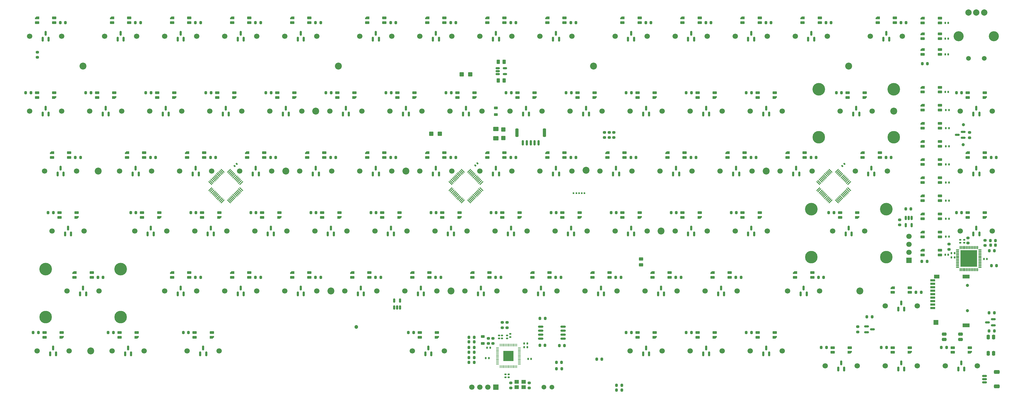
<source format=gbr>
%TF.GenerationSoftware,KiCad,Pcbnew,9.0.4*%
%TF.CreationDate,2025-10-15T10:28:25+01:00*%
%TF.ProjectId,SHEGO75-V2.2,53484547-4f37-4352-9d56-322e322e6b69,rev?*%
%TF.SameCoordinates,Original*%
%TF.FileFunction,Soldermask,Bot*%
%TF.FilePolarity,Negative*%
%FSLAX46Y46*%
G04 Gerber Fmt 4.6, Leading zero omitted, Abs format (unit mm)*
G04 Created by KiCad (PCBNEW 9.0.4) date 2025-10-15 10:28:25*
%MOMM*%
%LPD*%
G01*
G04 APERTURE LIST*
G04 Aperture macros list*
%AMRoundRect*
0 Rectangle with rounded corners*
0 $1 Rounding radius*
0 $2 $3 $4 $5 $6 $7 $8 $9 X,Y pos of 4 corners*
0 Add a 4 corners polygon primitive as box body*
4,1,4,$2,$3,$4,$5,$6,$7,$8,$9,$2,$3,0*
0 Add four circle primitives for the rounded corners*
1,1,$1+$1,$2,$3*
1,1,$1+$1,$4,$5*
1,1,$1+$1,$6,$7*
1,1,$1+$1,$8,$9*
0 Add four rect primitives between the rounded corners*
20,1,$1+$1,$2,$3,$4,$5,0*
20,1,$1+$1,$4,$5,$6,$7,0*
20,1,$1+$1,$6,$7,$8,$9,0*
20,1,$1+$1,$8,$9,$2,$3,0*%
%AMFreePoly0*
4,1,18,-0.410000,0.593000,-0.403758,0.624380,-0.385983,0.650983,-0.359380,0.668758,-0.328000,0.675000,0.328000,0.675000,0.359380,0.668758,0.385983,0.650983,0.403758,0.624380,0.410000,0.593000,0.410000,-0.593000,0.403758,-0.624380,0.385983,-0.650983,0.359380,-0.668758,0.328000,-0.675000,0.000000,-0.675000,-0.410000,-0.265000,-0.410000,0.593000,-0.410000,0.593000,$1*%
G04 Aperture macros list end*
%ADD10C,0.600000*%
%ADD11RoundRect,0.150000X0.150000X-0.587500X0.150000X0.587500X-0.150000X0.587500X-0.150000X-0.587500X0*%
%ADD12C,1.700000*%
%ADD13C,1.000000*%
%ADD14RoundRect,0.200000X0.200000X0.275000X-0.200000X0.275000X-0.200000X-0.275000X0.200000X-0.275000X0*%
%ADD15C,2.200000*%
%ADD16R,1.700000X1.700000*%
%ADD17C,4.000000*%
%ADD18C,3.987800*%
%ADD19C,1.500000*%
%ADD20C,2.000000*%
%ADD21C,3.200000*%
%ADD22C,1.200000*%
%ADD23RoundRect,0.200000X-0.275000X0.200000X-0.275000X-0.200000X0.275000X-0.200000X0.275000X0.200000X0*%
%ADD24RoundRect,0.250000X0.475000X0.250000X-0.475000X0.250000X-0.475000X-0.250000X0.475000X-0.250000X0*%
%ADD25RoundRect,0.082000X0.593000X-0.328000X0.593000X0.328000X-0.593000X0.328000X-0.593000X-0.328000X0*%
%ADD26FreePoly0,90.000000*%
%ADD27RoundRect,0.140000X-0.140000X-0.170000X0.140000X-0.170000X0.140000X0.170000X-0.140000X0.170000X0*%
%ADD28RoundRect,0.200000X-0.200000X-0.275000X0.200000X-0.275000X0.200000X0.275000X-0.200000X0.275000X0*%
%ADD29RoundRect,0.162500X-0.650000X-0.162500X0.650000X-0.162500X0.650000X0.162500X-0.650000X0.162500X0*%
%ADD30RoundRect,0.082000X-0.593000X0.328000X-0.593000X-0.328000X0.593000X-0.328000X0.593000X0.328000X0*%
%ADD31FreePoly0,270.000000*%
%ADD32RoundRect,0.150000X-0.150000X0.512500X-0.150000X-0.512500X0.150000X-0.512500X0.150000X0.512500X0*%
%ADD33RoundRect,0.140000X0.170000X-0.140000X0.170000X0.140000X-0.170000X0.140000X-0.170000X-0.140000X0*%
%ADD34RoundRect,0.218750X0.381250X-0.218750X0.381250X0.218750X-0.381250X0.218750X-0.381250X-0.218750X0*%
%ADD35RoundRect,0.218750X-0.381250X0.218750X-0.381250X-0.218750X0.381250X-0.218750X0.381250X0.218750X0*%
%ADD36RoundRect,0.200000X0.275000X-0.200000X0.275000X0.200000X-0.275000X0.200000X-0.275000X-0.200000X0*%
%ADD37RoundRect,0.250000X0.457500X0.445000X-0.457500X0.445000X-0.457500X-0.445000X0.457500X-0.445000X0*%
%ADD38R,1.600000X0.700000*%
%ADD39R,1.500000X1.600000*%
%ADD40R,1.800000X1.200000*%
%ADD41R,2.200000X1.200000*%
%ADD42RoundRect,0.050000X0.387500X0.050000X-0.387500X0.050000X-0.387500X-0.050000X0.387500X-0.050000X0*%
%ADD43RoundRect,0.050000X0.050000X0.387500X-0.050000X0.387500X-0.050000X-0.387500X0.050000X-0.387500X0*%
%ADD44R,3.200000X3.200000*%
%ADD45RoundRect,0.140000X0.140000X0.170000X-0.140000X0.170000X-0.140000X-0.170000X0.140000X-0.170000X0*%
%ADD46RoundRect,0.140000X0.021213X-0.219203X0.219203X-0.021213X-0.021213X0.219203X-0.219203X0.021213X0*%
%ADD47RoundRect,0.150000X-0.587500X-0.150000X0.587500X-0.150000X0.587500X0.150000X-0.587500X0.150000X0*%
%ADD48RoundRect,0.250000X-0.262500X-0.450000X0.262500X-0.450000X0.262500X0.450000X-0.262500X0.450000X0*%
%ADD49RoundRect,0.250000X0.250000X-0.475000X0.250000X0.475000X-0.250000X0.475000X-0.250000X-0.475000X0*%
%ADD50RoundRect,0.218750X-0.218750X-0.256250X0.218750X-0.256250X0.218750X0.256250X-0.218750X0.256250X0*%
%ADD51RoundRect,0.140000X-0.170000X0.140000X-0.170000X-0.140000X0.170000X-0.140000X0.170000X0.140000X0*%
%ADD52R,1.400000X1.200000*%
%ADD53RoundRect,0.150000X-0.512500X-0.150000X0.512500X-0.150000X0.512500X0.150000X-0.512500X0.150000X0*%
%ADD54RoundRect,0.075000X-0.521491X0.415425X0.415425X-0.521491X0.521491X-0.415425X-0.415425X0.521491X0*%
%ADD55RoundRect,0.075000X-0.521491X-0.415425X-0.415425X-0.521491X0.521491X0.415425X0.415425X0.521491X0*%
%ADD56RoundRect,0.150000X-0.150000X-0.700000X0.150000X-0.700000X0.150000X0.700000X-0.150000X0.700000X0*%
%ADD57RoundRect,0.250000X-0.250000X-1.100000X0.250000X-1.100000X0.250000X1.100000X-0.250000X1.100000X0*%
%ADD58RoundRect,0.250001X0.624999X-0.462499X0.624999X0.462499X-0.624999X0.462499X-0.624999X-0.462499X0*%
%ADD59RoundRect,0.250000X-0.457500X-0.445000X0.457500X-0.445000X0.457500X0.445000X-0.457500X0.445000X0*%
%ADD60RoundRect,0.250000X0.262500X0.450000X-0.262500X0.450000X-0.262500X-0.450000X0.262500X-0.450000X0*%
%ADD61RoundRect,0.150000X0.150000X-0.512500X0.150000X0.512500X-0.150000X0.512500X-0.150000X-0.512500X0*%
%ADD62RoundRect,0.150000X0.587500X0.150000X-0.587500X0.150000X-0.587500X-0.150000X0.587500X-0.150000X0*%
%ADD63RoundRect,0.250000X0.445000X-0.457500X0.445000X0.457500X-0.445000X0.457500X-0.445000X-0.457500X0*%
%ADD64RoundRect,0.250000X0.450000X-0.262500X0.450000X0.262500X-0.450000X0.262500X-0.450000X-0.262500X0*%
%ADD65RoundRect,0.037500X-0.087500X0.437500X-0.087500X-0.437500X0.087500X-0.437500X0.087500X0.437500X0*%
%ADD66RoundRect,0.037500X-0.437500X0.087500X-0.437500X-0.087500X0.437500X-0.087500X0.437500X0.087500X0*%
%ADD67RoundRect,0.053000X-2.597000X2.597000X-2.597000X-2.597000X2.597000X-2.597000X2.597000X2.597000X0*%
%ADD68RoundRect,0.150000X-0.625000X0.150000X-0.625000X-0.150000X0.625000X-0.150000X0.625000X0.150000X0*%
%ADD69RoundRect,0.250000X-0.650000X0.350000X-0.650000X-0.350000X0.650000X-0.350000X0.650000X0.350000X0*%
G04 APERTURE END LIST*
D10*
%TO.C,*%
X209100000Y-88000000D03*
%TD*%
%TO.C,*%
X208200000Y-88000000D03*
%TD*%
%TO.C,*%
X205600000Y-88000000D03*
%TD*%
%TO.C,*%
X206500000Y-88000000D03*
%TD*%
%TO.C,*%
X207350000Y-88000000D03*
%TD*%
D11*
%TO.C,HE81*%
X328612500Y-141937500D03*
X327662500Y-143812500D03*
X329562500Y-143812500D03*
D12*
X323532500Y-142875000D03*
X333692500Y-142875000D03*
%TD*%
D13*
%TO.C,*%
X329200000Y-72600000D03*
%TD*%
%TO.C,*%
X329250000Y-66200000D03*
%TD*%
D14*
%TO.C,R21*%
X220875000Y-150500000D03*
X219225000Y-150500000D03*
%TD*%
%TO.C,R20*%
X220875000Y-149000000D03*
X219225000Y-149000000D03*
%TD*%
D15*
%TO.C,REF\u002A\u002A*%
X123825000Y-61912448D03*
%TD*%
%TO.C,REF\u002A\u002A*%
X52387544Y-138112500D03*
%TD*%
D16*
%TO.C,SWD2*%
X311972000Y-109347000D03*
D12*
X311972000Y-106807000D03*
X311972000Y-104267000D03*
X311972000Y-101727000D03*
%TD*%
D17*
%TO.C,REF\u002A\u002A*%
X280987254Y-93027416D03*
D18*
X280987254Y-108267416D03*
D17*
X304799754Y-93027416D03*
D18*
X304799754Y-108267416D03*
%TD*%
D15*
%TO.C,REF\u002A\u002A*%
X266700000Y-80962500D03*
%TD*%
D19*
%TO.C,UART1*%
X198757880Y-149606000D03*
X196217880Y-149606000D03*
%TD*%
D20*
%TO.C,ENC1*%
X335875000Y-30600000D03*
X330875000Y-30600000D03*
X333375000Y-30600000D03*
D21*
X327775000Y-38100000D03*
X338975000Y-38100000D03*
D19*
X335875000Y-45100000D03*
X330875000Y-45100000D03*
%TD*%
D15*
%TO.C,REF\u002A\u002A*%
X307181250Y-61912448D03*
%TD*%
%TO.C,REF\u002A\u002A*%
X292893750Y-47625000D03*
%TD*%
%TO.C,REF\u002A\u002A*%
X50006250Y-47625000D03*
%TD*%
D22*
%TO.C,REF\u002A\u002A*%
X136700000Y-130500000D03*
%TD*%
D15*
%TO.C,REF\u002A\u002A*%
X152400000Y-80962500D03*
%TD*%
%TO.C,REF\u002A\u002A*%
X166687500Y-119062500D03*
%TD*%
%TO.C,REF\u002A\u002A*%
X211931250Y-47625000D03*
%TD*%
%TO.C,REF\u002A\u002A*%
X296465625Y-119062500D03*
%TD*%
%TO.C,REF\u002A\u002A*%
X233362500Y-100012500D03*
%TD*%
%TO.C,REF\u002A\u002A*%
X128587500Y-119062500D03*
%TD*%
%TO.C,REF\u002A\u002A*%
X209550000Y-80717476D03*
%TD*%
D17*
%TO.C,REF\u002A\u002A*%
X38099958Y-112077400D03*
D18*
X38099958Y-127317400D03*
D17*
X61912458Y-112077400D03*
D18*
X61912458Y-127317400D03*
%TD*%
D15*
%TO.C,REF\u002A\u002A*%
X54768750Y-80962500D03*
%TD*%
%TO.C,REF\u002A\u002A*%
X114300000Y-80962500D03*
%TD*%
%TO.C,REF\u002A\u002A*%
X130968750Y-47625000D03*
%TD*%
D17*
%TO.C,REF\u002A\u002A*%
X283368502Y-54927448D03*
D18*
X283368502Y-70167448D03*
D17*
X307181002Y-54927448D03*
D18*
X307181002Y-70167448D03*
%TD*%
D23*
%TO.C,C31*%
X336150000Y-102925000D03*
X336150000Y-104575000D03*
%TD*%
D24*
%TO.C,ESP_BOOT1*%
X328325000Y-132750000D03*
X323175000Y-132750000D03*
X328325000Y-134450000D03*
X323175000Y-134450000D03*
%TD*%
D25*
%TO.C,LED79*%
X287787500Y-137045000D03*
X287787500Y-138545000D03*
X293237500Y-137045000D03*
D26*
X293237500Y-138545000D03*
%TD*%
D27*
%TO.C,CA10*%
X323520000Y-55800000D03*
X324480000Y-55800000D03*
%TD*%
D28*
%TO.C,CL67*%
X218987500Y-114712500D03*
X220637500Y-114712500D03*
%TD*%
D12*
%TO.C,HE25*%
X233680000Y-61912500D03*
X223520000Y-61912500D03*
D11*
X229550000Y-62850000D03*
X227650000Y-62850000D03*
X228600000Y-60975000D03*
%TD*%
D28*
%TO.C,CL40*%
X242800000Y-76612500D03*
X244450000Y-76612500D03*
%TD*%
D12*
%TO.C,HE65*%
X181292500Y-119062500D03*
X171132500Y-119062500D03*
D11*
X177162500Y-120000000D03*
X175262500Y-120000000D03*
X176212500Y-118125000D03*
%TD*%
D29*
%TO.C,U4*%
X195144980Y-134239000D03*
X195144980Y-132969000D03*
X195144980Y-131699000D03*
X195144980Y-130429000D03*
X202319980Y-130429000D03*
X202319980Y-131699000D03*
X202319980Y-132969000D03*
X202319980Y-134239000D03*
%TD*%
D30*
%TO.C,LED59*%
X52731250Y-114732500D03*
X52731250Y-113232500D03*
X47281250Y-114732500D03*
D31*
X47281250Y-113232500D03*
%TD*%
D14*
%TO.C,CL19*%
X109625000Y-56062500D03*
X107975000Y-56062500D03*
%TD*%
D30*
%TO.C,AMB4*%
X321812232Y-90344456D03*
X321812232Y-88844456D03*
X316362232Y-90344456D03*
D31*
X316362232Y-88844456D03*
%TD*%
D14*
%TO.C,CL18*%
X90575000Y-56062500D03*
X88925000Y-56062500D03*
%TD*%
%TO.C,CL76*%
X223925000Y-132262500D03*
X222275000Y-132262500D03*
%TD*%
%TO.C,CL28*%
X290600000Y-56062500D03*
X288950000Y-56062500D03*
%TD*%
D30*
%TO.C,LED31*%
X69400000Y-76632500D03*
X69400000Y-75132500D03*
X63950000Y-76632500D03*
D31*
X63950000Y-75132500D03*
%TD*%
D30*
%TO.C,LED67*%
X217037500Y-114732500D03*
X217037500Y-113232500D03*
X211587500Y-114732500D03*
D31*
X211587500Y-113232500D03*
%TD*%
D28*
%TO.C,R23*%
X316116200Y-109668199D03*
X317766200Y-109668199D03*
%TD*%
%TO.C,CL36*%
X166600000Y-76612500D03*
X168250000Y-76612500D03*
%TD*%
D32*
%TO.C,U2*%
X310962001Y-95862500D03*
X311912000Y-95862500D03*
X312861999Y-95862500D03*
X312861999Y-98137500D03*
X310962001Y-98137500D03*
%TD*%
D28*
%TO.C,CL34*%
X128500000Y-76612500D03*
X130150000Y-76612500D03*
%TD*%
D33*
%TO.C,EC2*%
X329500000Y-103730000D03*
X329500000Y-102770000D03*
%TD*%
D28*
%TO.C,C14*%
X310975000Y-93000000D03*
X312625000Y-93000000D03*
%TD*%
D12*
%TO.C,HE1*%
X43180000Y-38100000D03*
X33020000Y-38100000D03*
D11*
X39050000Y-39037500D03*
X37150000Y-39037500D03*
X38100000Y-37162500D03*
%TD*%
D12*
%TO.C,HE59*%
X55086250Y-119062500D03*
X44926250Y-119062500D03*
D11*
X50956250Y-120000000D03*
X49056250Y-120000000D03*
X50006250Y-118125000D03*
%TD*%
D28*
%TO.C,CL43*%
X304712500Y-76612500D03*
X306362500Y-76612500D03*
%TD*%
D14*
%TO.C,CL17*%
X71525000Y-56062500D03*
X69875000Y-56062500D03*
%TD*%
D27*
%TO.C,CA4*%
X323727107Y-90305669D03*
X324687107Y-90305669D03*
%TD*%
%TO.C,CA6*%
X323727107Y-78803780D03*
X324687107Y-78803780D03*
%TD*%
D34*
%TO.C,FB1*%
X180974848Y-62974948D03*
X180974848Y-60849948D03*
%TD*%
D30*
%TO.C,AMB10*%
X321812768Y-55816360D03*
X321812768Y-54316360D03*
X316362768Y-55816360D03*
D31*
X316362768Y-54316360D03*
%TD*%
D25*
%TO.C,LED57*%
X290168750Y-94182500D03*
X290168750Y-95682500D03*
X295618750Y-94182500D03*
D26*
X295618750Y-95682500D03*
%TD*%
D35*
%TO.C,FB2*%
X176801880Y-133555332D03*
X176801880Y-135680332D03*
%TD*%
D12*
%TO.C,HE19*%
X119380000Y-61912500D03*
X109220000Y-61912500D03*
D11*
X115250000Y-62850000D03*
X113350000Y-62850000D03*
X114300000Y-60975000D03*
%TD*%
D14*
%TO.C,C29*%
X174075000Y-135250000D03*
X172425000Y-135250000D03*
%TD*%
D28*
%TO.C,CL9*%
X204700000Y-33750000D03*
X206350000Y-33750000D03*
%TD*%
D30*
%TO.C,LED64*%
X159887500Y-114732500D03*
X159887500Y-113232500D03*
X154437500Y-114732500D03*
D31*
X154437500Y-113232500D03*
%TD*%
D30*
%TO.C,LED10*%
X226562500Y-33770000D03*
X226562500Y-32270000D03*
X221112500Y-33770000D03*
D31*
X221112500Y-32270000D03*
%TD*%
D30*
%TO.C,LED65*%
X178937500Y-114732500D03*
X178937500Y-113232500D03*
X173487500Y-114732500D03*
D31*
X173487500Y-113232500D03*
%TD*%
D36*
%TO.C,C26*%
X185727680Y-149892832D03*
X185727680Y-148242832D03*
%TD*%
D37*
%TO.C,C23*%
X163150500Y-69088000D03*
X160445500Y-69088000D03*
%TD*%
D14*
%TO.C,CL52*%
X181062500Y-94162500D03*
X179412500Y-94162500D03*
%TD*%
D12*
%TO.C,HE67*%
X219392500Y-119062500D03*
X209232500Y-119062500D03*
D11*
X215262500Y-120000000D03*
X213362500Y-120000000D03*
X214312500Y-118125000D03*
%TD*%
D13*
%TO.C,SD1*%
X330532000Y-117273600D03*
X330532000Y-125273600D03*
D38*
X319532000Y-124473600D03*
X319532000Y-123373600D03*
X319532000Y-122273600D03*
X319532000Y-121173600D03*
X319532000Y-120073600D03*
X319532000Y-118973600D03*
X319532000Y-117873600D03*
X319532000Y-116773600D03*
D39*
X320582000Y-129073600D03*
D40*
X320832000Y-114473600D03*
D41*
X330132000Y-129973600D03*
X330132000Y-114473600D03*
D38*
X319532000Y-115673600D03*
%TD*%
D33*
%TO.C,C10*%
X184533880Y-134152032D03*
X184533880Y-133192032D03*
%TD*%
D12*
%TO.C,HE48*%
X114617500Y-100012500D03*
X104457500Y-100012500D03*
D11*
X110487500Y-100950000D03*
X108587500Y-100950000D03*
X109537500Y-99075000D03*
%TD*%
D12*
%TO.C,HE39*%
X224155000Y-80962500D03*
X213995000Y-80962500D03*
D11*
X220025000Y-81900000D03*
X218125000Y-81900000D03*
X219075000Y-80025000D03*
%TD*%
D30*
%TO.C,LED69*%
X255137500Y-114732500D03*
X255137500Y-113232500D03*
X249687500Y-114732500D03*
D31*
X249687500Y-113232500D03*
%TD*%
D12*
%TO.C,HE43*%
X305117500Y-80962500D03*
X294957500Y-80962500D03*
D11*
X300987500Y-81900000D03*
X299087500Y-81900000D03*
X300037500Y-80025000D03*
%TD*%
D30*
%TO.C,LED37*%
X183700000Y-76632500D03*
X183700000Y-75132500D03*
X178250000Y-76632500D03*
D31*
X178250000Y-75132500D03*
%TD*%
D12*
%TO.C,HE80*%
X314642500Y-142875000D03*
X304482500Y-142875000D03*
D11*
X310512500Y-143812500D03*
X308612500Y-143812500D03*
X309562500Y-141937500D03*
%TD*%
D12*
%TO.C,HE28*%
X300355000Y-61912500D03*
X290195000Y-61912500D03*
D11*
X296225000Y-62850000D03*
X294325000Y-62850000D03*
X295275000Y-60975000D03*
%TD*%
D42*
%TO.C,U5*%
X188369280Y-137091148D03*
X188369280Y-137491149D03*
X188369280Y-137891148D03*
X188369280Y-138291148D03*
X188369280Y-138691148D03*
X188369280Y-139091147D03*
X188369280Y-139491148D03*
X188369280Y-139891148D03*
X188369280Y-140291149D03*
X188369280Y-140691148D03*
X188369280Y-141091148D03*
X188369280Y-141491148D03*
X188369280Y-141891147D03*
X188369280Y-142291148D03*
D43*
X187531780Y-143128648D03*
X187131779Y-143128648D03*
X186731780Y-143128648D03*
X186331780Y-143128648D03*
X185931780Y-143128648D03*
X185531781Y-143128648D03*
X185131780Y-143128648D03*
X184731780Y-143128648D03*
X184331779Y-143128648D03*
X183931780Y-143128648D03*
X183531780Y-143128648D03*
X183131780Y-143128648D03*
X182731781Y-143128648D03*
X182331780Y-143128648D03*
D42*
X181494280Y-142291148D03*
X181494280Y-141891147D03*
X181494280Y-141491148D03*
X181494280Y-141091148D03*
X181494280Y-140691148D03*
X181494280Y-140291149D03*
X181494280Y-139891148D03*
X181494280Y-139491148D03*
X181494280Y-139091147D03*
X181494280Y-138691148D03*
X181494280Y-138291148D03*
X181494280Y-137891148D03*
X181494280Y-137491149D03*
X181494280Y-137091148D03*
D43*
X182331780Y-136253648D03*
X182731781Y-136253648D03*
X183131780Y-136253648D03*
X183531780Y-136253648D03*
X183931780Y-136253648D03*
X184331779Y-136253648D03*
X184731780Y-136253648D03*
X185131780Y-136253648D03*
X185531781Y-136253648D03*
X185931780Y-136253648D03*
X186331780Y-136253648D03*
X186731780Y-136253648D03*
X187131779Y-136253648D03*
X187531780Y-136253648D03*
D44*
X184931780Y-139691148D03*
%TD*%
D28*
%TO.C,CL31*%
X71350000Y-76612500D03*
X73000000Y-76612500D03*
%TD*%
D27*
%TO.C,CG3*%
X323520000Y-43900001D03*
X324480000Y-43900001D03*
%TD*%
D12*
%TO.C,HE74*%
X93186250Y-138112500D03*
X83026250Y-138112500D03*
D11*
X89056250Y-139050000D03*
X87156250Y-139050000D03*
X88106250Y-137175000D03*
%TD*%
D12*
%TO.C,HE40*%
X243205000Y-80962500D03*
X233045000Y-80962500D03*
D11*
X239075000Y-81900000D03*
X237175000Y-81900000D03*
X238125000Y-80025000D03*
%TD*%
D23*
%TO.C,R16*%
X295750000Y-130425000D03*
X295750000Y-132075000D03*
%TD*%
D45*
%TO.C,EC3*%
X326460000Y-107000000D03*
X325500000Y-107000000D03*
%TD*%
D28*
%TO.C,CL6*%
X147550000Y-33750000D03*
X149200000Y-33750000D03*
%TD*%
D25*
%TO.C,LED56*%
X259212500Y-94182500D03*
X259212500Y-95682500D03*
X264662500Y-94182500D03*
D26*
X264662500Y-95682500D03*
%TD*%
D30*
%TO.C,AMB3*%
X321812232Y-96099139D03*
X321812232Y-94599139D03*
X316362232Y-96099139D03*
D31*
X316362232Y-94599139D03*
%TD*%
D36*
%TO.C,C20*%
X216900000Y-70300000D03*
X216900000Y-68650000D03*
%TD*%
D27*
%TO.C,C5*%
X191170000Y-140650000D03*
X192130000Y-140650000D03*
%TD*%
D36*
%TO.C,C16*%
X178539480Y-135741632D03*
X178539480Y-134091632D03*
%TD*%
D12*
%TO.C,HE61*%
X105092500Y-119062500D03*
X94932500Y-119062500D03*
D11*
X100962500Y-120000000D03*
X99062500Y-120000000D03*
X100012500Y-118125000D03*
%TD*%
D25*
%TO.C,LED80*%
X306837500Y-137045000D03*
X306837500Y-138545000D03*
X312287500Y-137045000D03*
D26*
X312287500Y-138545000D03*
%TD*%
D12*
%TO.C,HE49*%
X133667500Y-100012500D03*
X123507500Y-100012500D03*
D11*
X129537500Y-100950000D03*
X127637500Y-100950000D03*
X128587500Y-99075000D03*
%TD*%
D12*
%TO.C,HE22*%
X176530000Y-61912500D03*
X166370000Y-61912500D03*
D11*
X172400000Y-62850000D03*
X170500000Y-62850000D03*
X171450000Y-60975000D03*
%TD*%
D14*
%TO.C,CL27*%
X262025000Y-56062500D03*
X260375000Y-56062500D03*
%TD*%
%TO.C,R18*%
X201825000Y-143750000D03*
X200175000Y-143750000D03*
%TD*%
D28*
%TO.C,CL42*%
X280900000Y-76612500D03*
X282550000Y-76612500D03*
%TD*%
D12*
%TO.C,HE53*%
X209867500Y-100012500D03*
X199707500Y-100012500D03*
D11*
X205737500Y-100950000D03*
X203837500Y-100950000D03*
X204787500Y-99075000D03*
%TD*%
D27*
%TO.C,C4*%
X189952500Y-135750000D03*
X190912500Y-135750000D03*
%TD*%
D14*
%TO.C,CL20*%
X128675000Y-56062500D03*
X127025000Y-56062500D03*
%TD*%
D33*
%TO.C,C2*%
X185499080Y-133669432D03*
X185499080Y-132709432D03*
%TD*%
D30*
%TO.C,LED42*%
X278950000Y-76632500D03*
X278950000Y-75132500D03*
X273500000Y-76632500D03*
D31*
X273500000Y-75132500D03*
%TD*%
D25*
%TO.C,LED55*%
X240162500Y-94182500D03*
X240162500Y-95682500D03*
X245612500Y-94182500D03*
D26*
X245612500Y-95682500D03*
%TD*%
D25*
%TO.C,LED47*%
X87762500Y-94182500D03*
X87762500Y-95682500D03*
X93212500Y-94182500D03*
D26*
X93212500Y-95682500D03*
%TD*%
D30*
%TO.C,LED62*%
X121787500Y-114732500D03*
X121787500Y-113232500D03*
X116337500Y-114732500D03*
D31*
X116337500Y-113232500D03*
%TD*%
D12*
%TO.C,HE51*%
X171767500Y-100012500D03*
X161607500Y-100012500D03*
D11*
X167637500Y-100950000D03*
X165737500Y-100950000D03*
X166687500Y-99075000D03*
%TD*%
D14*
%TO.C,R8*%
X174075000Y-137000000D03*
X172425000Y-137000000D03*
%TD*%
D46*
%TO.C,MC1*%
X98060589Y-79339411D03*
X98739411Y-78660589D03*
%TD*%
D28*
%TO.C,CL65*%
X180887500Y-114712500D03*
X182537500Y-114712500D03*
%TD*%
D14*
%TO.C,CL74*%
X83431250Y-132262500D03*
X81781250Y-132262500D03*
%TD*%
D47*
%TO.C,Q3*%
X298562500Y-132200000D03*
X298562500Y-130300000D03*
X300437500Y-131250000D03*
%TD*%
D14*
%TO.C,CL24*%
X204875000Y-56062500D03*
X203225000Y-56062500D03*
%TD*%
%TO.C,CL80*%
X304887500Y-137025000D03*
X303237500Y-137025000D03*
%TD*%
D28*
%TO.C,R15*%
X200155000Y-141750000D03*
X201805000Y-141750000D03*
%TD*%
D30*
%TO.C,LED5*%
X121787500Y-33770000D03*
X121787500Y-32270000D03*
X116337500Y-33770000D03*
D31*
X116337500Y-32270000D03*
%TD*%
D14*
%TO.C,R24*%
X317867800Y-46863000D03*
X316217800Y-46863000D03*
%TD*%
D25*
%TO.C,LED17*%
X73475000Y-56082500D03*
X73475000Y-57582500D03*
X78925000Y-56082500D03*
D26*
X78925000Y-57582500D03*
%TD*%
D12*
%TO.C,HE62*%
X124142500Y-119062500D03*
X113982500Y-119062500D03*
D11*
X120012500Y-120000000D03*
X118112500Y-120000000D03*
X119062500Y-118125000D03*
%TD*%
D27*
%TO.C,CA5*%
X323727107Y-84554724D03*
X324687107Y-84554724D03*
%TD*%
D14*
%TO.C,CL50*%
X142962500Y-94162500D03*
X141312500Y-94162500D03*
%TD*%
D33*
%TO.C,C1*%
X182908280Y-134152032D03*
X182908280Y-133192032D03*
%TD*%
D12*
%TO.C,HE14*%
X309880000Y-38100000D03*
X299720000Y-38100000D03*
D11*
X305750000Y-39037500D03*
X303850000Y-39037500D03*
X304800000Y-37162500D03*
%TD*%
D25*
%TO.C,LED19*%
X111575000Y-56082500D03*
X111575000Y-57582500D03*
X117025000Y-56082500D03*
D26*
X117025000Y-57582500D03*
%TD*%
D28*
%TO.C,CL13*%
X285662500Y-33750000D03*
X287312500Y-33750000D03*
%TD*%
D12*
%TO.C,HE24*%
X214630000Y-61912500D03*
X204470000Y-61912500D03*
D11*
X210500000Y-62850000D03*
X208600000Y-62850000D03*
X209550000Y-60975000D03*
%TD*%
D12*
%TO.C,HE60*%
X86042500Y-119062500D03*
X75882500Y-119062500D03*
D11*
X81912500Y-120000000D03*
X80012500Y-120000000D03*
X80962500Y-118125000D03*
%TD*%
D28*
%TO.C,CL38*%
X204700000Y-76612500D03*
X206350000Y-76612500D03*
%TD*%
%TO.C,CL11*%
X247562500Y-33750000D03*
X249212500Y-33750000D03*
%TD*%
D25*
%TO.C,LED72*%
X37756250Y-132282500D03*
X37756250Y-133782500D03*
X43206250Y-132282500D03*
D26*
X43206250Y-133782500D03*
%TD*%
D30*
%TO.C,LED68*%
X236087500Y-114732500D03*
X236087500Y-113232500D03*
X230637500Y-114732500D03*
D31*
X230637500Y-113232500D03*
%TD*%
D25*
%TO.C,LED73*%
X61568750Y-132282500D03*
X61568750Y-133782500D03*
X67018750Y-132282500D03*
D26*
X67018750Y-133782500D03*
%TD*%
D12*
%TO.C,HE57*%
X297973750Y-100012500D03*
X287813750Y-100012500D03*
D11*
X293843750Y-100950000D03*
X291943750Y-100950000D03*
X292893750Y-99075000D03*
%TD*%
D28*
%TO.C,CL14*%
X309475000Y-33750000D03*
X311125000Y-33750000D03*
%TD*%
D45*
%TO.C,EC5*%
X326453570Y-108379983D03*
X325493570Y-108379983D03*
%TD*%
D28*
%TO.C,CL68*%
X238037500Y-114712500D03*
X239687500Y-114712500D03*
%TD*%
D48*
%TO.C,C12*%
X181713500Y-46228000D03*
X183538500Y-46228000D03*
%TD*%
D28*
%TO.C,CL71*%
X314237500Y-119475000D03*
X315887500Y-119475000D03*
%TD*%
%TO.C,CL44*%
X338050000Y-76612500D03*
X339700000Y-76612500D03*
%TD*%
%TO.C,CL1*%
X42775000Y-33750000D03*
X44425000Y-33750000D03*
%TD*%
D14*
%TO.C,CL58*%
X328700000Y-94162500D03*
X327050000Y-94162500D03*
%TD*%
D28*
%TO.C,CL3*%
X85637500Y-33750000D03*
X87287500Y-33750000D03*
%TD*%
D14*
%TO.C,CL21*%
X147725000Y-56062500D03*
X146075000Y-56062500D03*
%TD*%
D28*
%TO.C,CL66*%
X199937500Y-114712500D03*
X201587500Y-114712500D03*
%TD*%
%TO.C,CL4*%
X104687500Y-33750000D03*
X106337500Y-33750000D03*
%TD*%
D25*
%TO.C,LED26*%
X244925000Y-56082500D03*
X244925000Y-57582500D03*
X250375000Y-56082500D03*
D26*
X250375000Y-57582500D03*
%TD*%
D28*
%TO.C,CL61*%
X104687500Y-114712500D03*
X106337500Y-114712500D03*
%TD*%
D12*
%TO.C,HE44*%
X338455000Y-80962500D03*
X328295000Y-80962500D03*
D11*
X334325000Y-81900000D03*
X332425000Y-81900000D03*
X333375000Y-80025000D03*
%TD*%
D14*
%TO.C,R7*%
X174075000Y-140250000D03*
X172425000Y-140250000D03*
%TD*%
D28*
%TO.C,CL30*%
X47537500Y-76612500D03*
X49187500Y-76612500D03*
%TD*%
D30*
%TO.C,LED39*%
X221800000Y-76632500D03*
X221800000Y-75132500D03*
X216350000Y-76632500D03*
D31*
X216350000Y-75132500D03*
%TD*%
D49*
%TO.C,EN1*%
X338850000Y-138825000D03*
X338850000Y-133675000D03*
X337150000Y-138825000D03*
X337150000Y-133675000D03*
%TD*%
D14*
%TO.C,CL16*%
X52475000Y-56062500D03*
X50825000Y-56062500D03*
%TD*%
D12*
%TO.C,HE12*%
X267017500Y-38100000D03*
X256857500Y-38100000D03*
D11*
X262887500Y-39037500D03*
X260987500Y-39037500D03*
X261937500Y-37162500D03*
%TD*%
D25*
%TO.C,LED76*%
X225875000Y-132282500D03*
X225875000Y-133782500D03*
X231325000Y-132282500D03*
D26*
X231325000Y-133782500D03*
%TD*%
D27*
%TO.C,CA9*%
X323727107Y-61550945D03*
X324687107Y-61550945D03*
%TD*%
D23*
%TO.C,R1*%
X184483080Y-129062432D03*
X184483080Y-130712432D03*
%TD*%
D25*
%TO.C,LED18*%
X92525000Y-56082500D03*
X92525000Y-57582500D03*
X97975000Y-56082500D03*
D26*
X97975000Y-57582500D03*
%TD*%
D30*
%TO.C,LED14*%
X307525000Y-33770000D03*
X307525000Y-32270000D03*
X302075000Y-33770000D03*
D31*
X302075000Y-32270000D03*
%TD*%
D30*
%TO.C,LED4*%
X102737500Y-33770000D03*
X102737500Y-32270000D03*
X97287500Y-33770000D03*
D31*
X97287500Y-32270000D03*
%TD*%
D30*
%TO.C,GLO2*%
X321812232Y-38849968D03*
X321812232Y-37349968D03*
X316362232Y-38849968D03*
D31*
X316362232Y-37349968D03*
%TD*%
D30*
%TO.C,LED66*%
X197987500Y-114732500D03*
X197987500Y-113232500D03*
X192537500Y-114732500D03*
D31*
X192537500Y-113232500D03*
%TD*%
D25*
%TO.C,LED75*%
X156818750Y-132282500D03*
X156818750Y-133782500D03*
X162268750Y-132282500D03*
D26*
X162268750Y-133782500D03*
%TD*%
D12*
%TO.C,HE15*%
X43180000Y-61912500D03*
X33020000Y-61912500D03*
D11*
X39050000Y-62850000D03*
X37150000Y-62850000D03*
X38100000Y-60975000D03*
%TD*%
D12*
%TO.C,HE34*%
X128905000Y-80962500D03*
X118745000Y-80962500D03*
D11*
X124775000Y-81900000D03*
X122875000Y-81900000D03*
X123825000Y-80025000D03*
%TD*%
D25*
%TO.C,LED27*%
X263975000Y-56082500D03*
X263975000Y-57582500D03*
X269425000Y-56082500D03*
D26*
X269425000Y-57582500D03*
%TD*%
D30*
%TO.C,LED8*%
X183700000Y-33770000D03*
X183700000Y-32270000D03*
X178250000Y-33770000D03*
D31*
X178250000Y-32270000D03*
%TD*%
D30*
%TO.C,AMB9*%
X321812232Y-61571043D03*
X321812232Y-60071043D03*
X316362232Y-61571043D03*
D31*
X316362232Y-60071043D03*
%TD*%
D14*
%TO.C,CL81*%
X323937500Y-137025000D03*
X322287500Y-137025000D03*
%TD*%
D27*
%TO.C,CG1*%
X323520000Y-33900000D03*
X324480000Y-33900000D03*
%TD*%
D25*
%TO.C,LED23*%
X187775000Y-56082500D03*
X187775000Y-57582500D03*
X193225000Y-56082500D03*
D26*
X193225000Y-57582500D03*
%TD*%
D25*
%TO.C,LED53*%
X202062500Y-94182500D03*
X202062500Y-95682500D03*
X207512500Y-94182500D03*
D26*
X207512500Y-95682500D03*
%TD*%
D36*
%TO.C,C19*%
X218400000Y-70300000D03*
X218400000Y-68650000D03*
%TD*%
D12*
%TO.C,HE33*%
X109855000Y-80962500D03*
X99695000Y-80962500D03*
D11*
X105725000Y-81900000D03*
X103825000Y-81900000D03*
X104775000Y-80025000D03*
%TD*%
D36*
%TO.C,C15*%
X309025000Y-98087000D03*
X309025000Y-96437000D03*
%TD*%
D12*
%TO.C,HE63*%
X143192500Y-119062500D03*
X133032500Y-119062500D03*
D11*
X139062500Y-120000000D03*
X137162500Y-120000000D03*
X138112500Y-118125000D03*
%TD*%
D25*
%TO.C,LED49*%
X125862500Y-94182500D03*
X125862500Y-95682500D03*
X131312500Y-94182500D03*
D26*
X131312500Y-95682500D03*
%TD*%
D12*
%TO.C,HE71*%
X314642500Y-123825000D03*
X304482500Y-123825000D03*
D11*
X310512500Y-124762500D03*
X308612500Y-124762500D03*
X309562500Y-122887500D03*
%TD*%
D25*
%TO.C,LED48*%
X106812500Y-94182500D03*
X106812500Y-95682500D03*
X112262500Y-94182500D03*
D26*
X112262500Y-95682500D03*
%TD*%
D12*
%TO.C,HE10*%
X228917500Y-38100000D03*
X218757500Y-38100000D03*
D11*
X224787500Y-39037500D03*
X222887500Y-39037500D03*
X223837500Y-37162500D03*
%TD*%
D50*
%TO.C,D1*%
X337912499Y-104500000D03*
X339487501Y-104500000D03*
%TD*%
D30*
%TO.C,LED11*%
X245612500Y-33770000D03*
X245612500Y-32270000D03*
X240162500Y-33770000D03*
D31*
X240162500Y-32270000D03*
%TD*%
D27*
%TO.C,CG2*%
X323520000Y-38900000D03*
X324480000Y-38900000D03*
%TD*%
D12*
%TO.C,HE37*%
X186055000Y-80962500D03*
X175895000Y-80962500D03*
D11*
X181925000Y-81900000D03*
X180025000Y-81900000D03*
X180975000Y-80025000D03*
%TD*%
D28*
%TO.C,CL70*%
X283281250Y-114712500D03*
X284931250Y-114712500D03*
%TD*%
D12*
%TO.C,HE77*%
X252730000Y-138112500D03*
X242570000Y-138112500D03*
D11*
X248600000Y-139050000D03*
X246700000Y-139050000D03*
X247650000Y-137175000D03*
%TD*%
D27*
%TO.C,CA3*%
X323727107Y-96056614D03*
X324687107Y-96056614D03*
%TD*%
D51*
%TO.C,C3*%
X183997420Y-145520000D03*
X183997420Y-146480000D03*
%TD*%
D12*
%TO.C,HE16*%
X62230000Y-61912500D03*
X52070000Y-61912500D03*
D11*
X58100000Y-62850000D03*
X56200000Y-62850000D03*
X57150000Y-60975000D03*
%TD*%
D14*
%TO.C,C27*%
X174075000Y-141750000D03*
X172425000Y-141750000D03*
%TD*%
D28*
%TO.C,R4*%
X194926880Y-127750000D03*
X196576880Y-127750000D03*
%TD*%
D14*
%TO.C,CL77*%
X242975000Y-132262500D03*
X241325000Y-132262500D03*
%TD*%
%TO.C,CL78*%
X262025000Y-132262500D03*
X260375000Y-132262500D03*
%TD*%
D52*
%TO.C,Y1*%
X187523280Y-147935032D03*
X189723280Y-147935032D03*
X189723280Y-149635032D03*
X187523280Y-149635032D03*
%TD*%
D30*
%TO.C,LED9*%
X202750000Y-33770000D03*
X202750000Y-32270000D03*
X197300000Y-33770000D03*
D31*
X197300000Y-32270000D03*
%TD*%
D30*
%TO.C,LED13*%
X283712500Y-33770000D03*
X283712500Y-32270000D03*
X278262500Y-33770000D03*
D31*
X278262500Y-32270000D03*
%TD*%
D25*
%TO.C,LED16*%
X54425000Y-56082500D03*
X54425000Y-57582500D03*
X59875000Y-56082500D03*
D26*
X59875000Y-57582500D03*
%TD*%
D28*
%TO.C,R5*%
X212925000Y-140750000D03*
X214575000Y-140750000D03*
%TD*%
D25*
%TO.C,LED28*%
X292550000Y-56082500D03*
X292550000Y-57582500D03*
X298000000Y-56082500D03*
D26*
X298000000Y-57582500D03*
%TD*%
D12*
%TO.C,HE23*%
X195579840Y-61912448D03*
X185419840Y-61912448D03*
D11*
X191449840Y-62849948D03*
X189549840Y-62849948D03*
X190499840Y-60974948D03*
%TD*%
D14*
%TO.C,CL29*%
X328700000Y-56062500D03*
X327050000Y-56062500D03*
%TD*%
D30*
%TO.C,AMB7*%
X321812232Y-73080408D03*
X321812232Y-71580408D03*
X316362232Y-73080408D03*
D31*
X316362232Y-71580408D03*
%TD*%
D25*
%TO.C,LED20*%
X130625000Y-56082500D03*
X130625000Y-57582500D03*
X136075000Y-56082500D03*
D26*
X136075000Y-57582500D03*
%TD*%
D30*
%TO.C,LED30*%
X45587500Y-76632500D03*
X45587500Y-75132500D03*
X40137500Y-76632500D03*
D31*
X40137500Y-75132500D03*
%TD*%
D25*
%TO.C,LED22*%
X168725000Y-56082500D03*
X168725000Y-57582500D03*
X174175000Y-56082500D03*
D26*
X174175000Y-57582500D03*
%TD*%
D12*
%TO.C,HE31*%
X71755000Y-80962500D03*
X61595000Y-80962500D03*
D11*
X67625000Y-81900000D03*
X65725000Y-81900000D03*
X66675000Y-80025000D03*
%TD*%
D30*
%TO.C,LED40*%
X240850000Y-76632500D03*
X240850000Y-75132500D03*
X235400000Y-76632500D03*
D31*
X235400000Y-75132500D03*
%TD*%
D12*
%TO.C,HE42*%
X281305000Y-80962500D03*
X271145000Y-80962500D03*
D11*
X277175000Y-81900000D03*
X275275000Y-81900000D03*
X276225000Y-80025000D03*
%TD*%
D14*
%TO.C,CL25*%
X223925000Y-56062500D03*
X222275000Y-56062500D03*
%TD*%
D12*
%TO.C,HE79*%
X295592500Y-142875000D03*
X285432500Y-142875000D03*
D11*
X291462500Y-143812500D03*
X289562500Y-143812500D03*
X290512500Y-141937500D03*
%TD*%
D23*
%TO.C,C25*%
X191518880Y-148242832D03*
X191518880Y-149892832D03*
%TD*%
D12*
%TO.C,HE76*%
X233680000Y-138112500D03*
X223520000Y-138112500D03*
D11*
X229550000Y-139050000D03*
X227650000Y-139050000D03*
X228600000Y-137175000D03*
%TD*%
D14*
%TO.C,CL23*%
X185825000Y-56062500D03*
X184175000Y-56062500D03*
%TD*%
D12*
%TO.C,HE9*%
X205105000Y-38100000D03*
X194945000Y-38100000D03*
D11*
X200975000Y-39037500D03*
X199075000Y-39037500D03*
X200025000Y-37162500D03*
%TD*%
D30*
%TO.C,LED7*%
X164650000Y-33770000D03*
X164650000Y-32270000D03*
X159200000Y-33770000D03*
D31*
X159200000Y-32270000D03*
%TD*%
D36*
%TO.C,C21*%
X215392000Y-70300000D03*
X215392000Y-68650000D03*
%TD*%
D28*
%TO.C,CL5*%
X123737500Y-33750000D03*
X125387500Y-33750000D03*
%TD*%
D53*
%TO.C,U1*%
X181560572Y-50159998D03*
X181560572Y-49209999D03*
X181560572Y-48260000D03*
X183835572Y-48260000D03*
X183835572Y-50159998D03*
%TD*%
D14*
%TO.C,CL22*%
X166775000Y-56062500D03*
X165125000Y-56062500D03*
%TD*%
D36*
%TO.C,R2*%
X182983080Y-130712432D03*
X182983080Y-129062432D03*
%TD*%
D28*
%TO.C,CL7*%
X166600000Y-33750000D03*
X168250000Y-33750000D03*
%TD*%
D30*
%TO.C,LED2*%
X64637500Y-33770000D03*
X64637500Y-32270000D03*
X59187500Y-33770000D03*
D31*
X59187500Y-32270000D03*
%TD*%
D14*
%TO.C,CL26*%
X242975000Y-56062500D03*
X241325000Y-56062500D03*
%TD*%
D54*
%TO.C,MUX3*%
X283243374Y-84726212D03*
X283596928Y-84372658D03*
X283950481Y-84019105D03*
X284304035Y-83665551D03*
X284657588Y-83311998D03*
X285011141Y-82958445D03*
X285364695Y-82604891D03*
X285718248Y-82251338D03*
X286071801Y-81897785D03*
X286425355Y-81544231D03*
X286778908Y-81190678D03*
X287132462Y-80837124D03*
D55*
X289130038Y-80837124D03*
X289483592Y-81190678D03*
X289837145Y-81544231D03*
X290190699Y-81897785D03*
X290544252Y-82251338D03*
X290897805Y-82604891D03*
X291251359Y-82958445D03*
X291604912Y-83311998D03*
X291958465Y-83665551D03*
X292312019Y-84019105D03*
X292665572Y-84372658D03*
X293019126Y-84726212D03*
D54*
X293019126Y-86723788D03*
X292665572Y-87077342D03*
X292312019Y-87430895D03*
X291958465Y-87784449D03*
X291604912Y-88138002D03*
X291251359Y-88491555D03*
X290897805Y-88845109D03*
X290544252Y-89198662D03*
X290190699Y-89552215D03*
X289837145Y-89905769D03*
X289483592Y-90259322D03*
X289130038Y-90612876D03*
D55*
X287132462Y-90612876D03*
X286778908Y-90259322D03*
X286425355Y-89905769D03*
X286071801Y-89552215D03*
X285718248Y-89198662D03*
X285364695Y-88845109D03*
X285011141Y-88491555D03*
X284657588Y-88138002D03*
X284304035Y-87784449D03*
X283950481Y-87430895D03*
X283596928Y-87077342D03*
X283243374Y-86723788D03*
%TD*%
D12*
%TO.C,HE55*%
X247967500Y-100012500D03*
X237807500Y-100012500D03*
D11*
X243837500Y-100950000D03*
X241937500Y-100950000D03*
X242887500Y-99075000D03*
%TD*%
D12*
%TO.C,HE2*%
X66992500Y-38100000D03*
X56832500Y-38100000D03*
D11*
X62862500Y-39037500D03*
X60962500Y-39037500D03*
X61912500Y-37162500D03*
%TD*%
D30*
%TO.C,LED43*%
X302762500Y-76632500D03*
X302762500Y-75132500D03*
X297312500Y-76632500D03*
D31*
X297312500Y-75132500D03*
%TD*%
D30*
%TO.C,LED61*%
X102737500Y-114732500D03*
X102737500Y-113232500D03*
X97287500Y-114732500D03*
D31*
X97287500Y-113232500D03*
%TD*%
D12*
%TO.C,HE36*%
X167005000Y-80962500D03*
X156845000Y-80962500D03*
D11*
X162875000Y-81900000D03*
X160975000Y-81900000D03*
X161925000Y-80025000D03*
%TD*%
D12*
%TO.C,HE13*%
X286067500Y-38100000D03*
X275907500Y-38100000D03*
D11*
X281937500Y-39037500D03*
X280037500Y-39037500D03*
X280987500Y-37162500D03*
%TD*%
D28*
%TO.C,CL59*%
X54681250Y-114712500D03*
X56331250Y-114712500D03*
%TD*%
D30*
%TO.C,AMB2*%
X321812232Y-101853821D03*
X321812232Y-100353821D03*
X316362232Y-101853821D03*
D31*
X316362232Y-100353821D03*
%TD*%
D12*
%TO.C,HE58*%
X338455000Y-100012500D03*
X328295000Y-100012500D03*
D11*
X334325000Y-100950000D03*
X332425000Y-100950000D03*
X333375000Y-99075000D03*
%TD*%
D12*
%TO.C,HE38*%
X205105000Y-80962500D03*
X194945000Y-80962500D03*
D11*
X200975000Y-81900000D03*
X199075000Y-81900000D03*
X200025000Y-80025000D03*
%TD*%
D46*
%TO.C,MC3*%
X174460589Y-79139411D03*
X175139411Y-78460589D03*
%TD*%
D12*
%TO.C,HE26*%
X252730000Y-61912500D03*
X242570000Y-61912500D03*
D11*
X248600000Y-62850000D03*
X246700000Y-62850000D03*
X247650000Y-60975000D03*
%TD*%
D12*
%TO.C,HE56*%
X267017500Y-100012500D03*
X256857500Y-100012500D03*
D11*
X262887500Y-100950000D03*
X260987500Y-100950000D03*
X261937500Y-99075000D03*
%TD*%
D30*
%TO.C,LED38*%
X202750000Y-76632500D03*
X202750000Y-75132500D03*
X197300000Y-76632500D03*
D31*
X197300000Y-75132500D03*
%TD*%
D14*
%TO.C,CL73*%
X59618750Y-132262500D03*
X57968750Y-132262500D03*
%TD*%
D30*
%TO.C,LED34*%
X126550000Y-76632500D03*
X126550000Y-75132500D03*
X121100000Y-76632500D03*
D31*
X121100000Y-75132500D03*
%TD*%
D14*
%TO.C,R9*%
X339075000Y-126000000D03*
X337425000Y-126000000D03*
%TD*%
D12*
%TO.C,HE47*%
X95567500Y-100012500D03*
X85407500Y-100012500D03*
D11*
X91437500Y-100950000D03*
X89537500Y-100950000D03*
X90487500Y-99075000D03*
%TD*%
D28*
%TO.C,C18*%
X201077043Y-136369223D03*
X202727043Y-136369223D03*
%TD*%
D46*
%TO.C,MC2*%
X290860589Y-79339411D03*
X291539411Y-78660589D03*
%TD*%
D30*
%TO.C,AMB1*%
X321812232Y-107608504D03*
X321812232Y-106108504D03*
X316362232Y-107608504D03*
D31*
X316362232Y-106108504D03*
%TD*%
D12*
%TO.C,HE64*%
X162242500Y-119062500D03*
X152082500Y-119062500D03*
D11*
X158112500Y-120000000D03*
X156212500Y-120000000D03*
X157162500Y-118125000D03*
%TD*%
D12*
%TO.C,HE68*%
X238442500Y-119062500D03*
X228282500Y-119062500D03*
D11*
X234312500Y-120000000D03*
X232412500Y-120000000D03*
X233362500Y-118125000D03*
%TD*%
D56*
%TO.C,JST1*%
X189518601Y-71983600D03*
X190768600Y-71983600D03*
X192018600Y-71983601D03*
X193268600Y-71983600D03*
X194518599Y-71983600D03*
D57*
X187668600Y-68783600D03*
X196368600Y-68783600D03*
%TD*%
D25*
%TO.C,LED78*%
X263975000Y-132282500D03*
X263975000Y-133782500D03*
X269425000Y-132282500D03*
D26*
X269425000Y-133782500D03*
%TD*%
D30*
%TO.C,LED32*%
X88450000Y-76632500D03*
X88450000Y-75132500D03*
X83000000Y-76632500D03*
D31*
X83000000Y-75132500D03*
%TD*%
D27*
%TO.C,EC4*%
X335770000Y-108850000D03*
X336730000Y-108850000D03*
%TD*%
D28*
%TO.C,CL60*%
X85637500Y-114712500D03*
X87287500Y-114712500D03*
%TD*%
D12*
%TO.C,HE32*%
X90805000Y-80962500D03*
X80645000Y-80962500D03*
D11*
X86675000Y-81900000D03*
X84775000Y-81900000D03*
X85725000Y-80025000D03*
%TD*%
D14*
%TO.C,CL51*%
X162012500Y-94162500D03*
X160362500Y-94162500D03*
%TD*%
D30*
%TO.C,LED41*%
X259900000Y-76632500D03*
X259900000Y-75132500D03*
X254450000Y-76632500D03*
D31*
X254450000Y-75132500D03*
%TD*%
D12*
%TO.C,HE41*%
X262255000Y-80962500D03*
X252095000Y-80962500D03*
D11*
X258125000Y-81900000D03*
X256225000Y-81900000D03*
X257175000Y-80025000D03*
%TD*%
D12*
%TO.C,HE70*%
X283686250Y-119062500D03*
X273526250Y-119062500D03*
D11*
X279556250Y-120000000D03*
X277656250Y-120000000D03*
X278606250Y-118125000D03*
%TD*%
D30*
%TO.C,LED3*%
X83687500Y-33770000D03*
X83687500Y-32270000D03*
X78237500Y-33770000D03*
D31*
X78237500Y-32270000D03*
%TD*%
D14*
%TO.C,CL54*%
X219162500Y-94162500D03*
X217512500Y-94162500D03*
%TD*%
D30*
%TO.C,LED1*%
X40825000Y-33770000D03*
X40825000Y-32270000D03*
X35375000Y-33770000D03*
D31*
X35375000Y-32270000D03*
%TD*%
D58*
%TO.C,F1*%
X180974848Y-70543692D03*
X180974848Y-67568692D03*
%TD*%
D30*
%TO.C,LED12*%
X264662500Y-33770000D03*
X264662500Y-32270000D03*
X259212500Y-33770000D03*
D31*
X259212500Y-32270000D03*
%TD*%
D28*
%TO.C,R14*%
X338175000Y-111000000D03*
X339825000Y-111000000D03*
%TD*%
D45*
%TO.C,C7*%
X177770000Y-140400000D03*
X178730000Y-140400000D03*
%TD*%
D28*
%TO.C,CL69*%
X257087500Y-114712500D03*
X258737500Y-114712500D03*
%TD*%
D36*
%TO.C,R12*%
X324750000Y-105825000D03*
X324750000Y-104175000D03*
%TD*%
D14*
%TO.C,CL75*%
X154868750Y-132262500D03*
X153218750Y-132262500D03*
%TD*%
D30*
%TO.C,AMB8*%
X321812232Y-67325725D03*
X321812232Y-65825725D03*
X316362232Y-67325725D03*
D31*
X316362232Y-65825725D03*
%TD*%
D28*
%TO.C,CL2*%
X66587500Y-33750000D03*
X68237500Y-33750000D03*
%TD*%
D12*
%TO.C,HE75*%
X164623750Y-138112500D03*
X154463750Y-138112500D03*
D11*
X160493750Y-139050000D03*
X158593750Y-139050000D03*
X159543750Y-137175000D03*
%TD*%
D12*
%TO.C,HE78*%
X271780000Y-138112500D03*
X261620000Y-138112500D03*
D11*
X267650000Y-139050000D03*
X265750000Y-139050000D03*
X266700000Y-137175000D03*
%TD*%
D28*
%TO.C,CL41*%
X261850000Y-76612500D03*
X263500000Y-76612500D03*
%TD*%
D54*
%TO.C,MUX1*%
X90362124Y-84726212D03*
X90715678Y-84372658D03*
X91069231Y-84019105D03*
X91422785Y-83665551D03*
X91776338Y-83311998D03*
X92129891Y-82958445D03*
X92483445Y-82604891D03*
X92836998Y-82251338D03*
X93190551Y-81897785D03*
X93544105Y-81544231D03*
X93897658Y-81190678D03*
X94251212Y-80837124D03*
D55*
X96248788Y-80837124D03*
X96602342Y-81190678D03*
X96955895Y-81544231D03*
X97309449Y-81897785D03*
X97663002Y-82251338D03*
X98016555Y-82604891D03*
X98370109Y-82958445D03*
X98723662Y-83311998D03*
X99077215Y-83665551D03*
X99430769Y-84019105D03*
X99784322Y-84372658D03*
X100137876Y-84726212D03*
D54*
X100137876Y-86723788D03*
X99784322Y-87077342D03*
X99430769Y-87430895D03*
X99077215Y-87784449D03*
X98723662Y-88138002D03*
X98370109Y-88491555D03*
X98016555Y-88845109D03*
X97663002Y-89198662D03*
X97309449Y-89552215D03*
X96955895Y-89905769D03*
X96602342Y-90259322D03*
X96248788Y-90612876D03*
D55*
X94251212Y-90612876D03*
X93897658Y-90259322D03*
X93544105Y-89905769D03*
X93190551Y-89552215D03*
X92836998Y-89198662D03*
X92483445Y-88845109D03*
X92129891Y-88491555D03*
X91776338Y-88138002D03*
X91422785Y-87784449D03*
X91069231Y-87430895D03*
X90715678Y-87077342D03*
X90362124Y-86723788D03*
%TD*%
D30*
%TO.C,AMB5*%
X321812232Y-84589773D03*
X321812232Y-83089773D03*
X316362232Y-84589773D03*
D31*
X316362232Y-83089773D03*
%TD*%
D12*
%TO.C,HE72*%
X45561250Y-138112500D03*
X35401250Y-138112500D03*
D11*
X41431250Y-139050000D03*
X39531250Y-139050000D03*
X40481250Y-137175000D03*
%TD*%
D14*
%TO.C,CL56*%
X257262500Y-94162500D03*
X255612500Y-94162500D03*
%TD*%
D30*
%TO.C,GLO1*%
X321812232Y-43849968D03*
X321812232Y-42349968D03*
X316362232Y-43849968D03*
D31*
X316362232Y-42349968D03*
%TD*%
D14*
%TO.C,CL48*%
X104862500Y-94162500D03*
X103212500Y-94162500D03*
%TD*%
D12*
%TO.C,HE54*%
X228917500Y-100012500D03*
X218757500Y-100012500D03*
D11*
X224787500Y-100950000D03*
X222887500Y-100950000D03*
X223837500Y-99075000D03*
%TD*%
D12*
%TO.C,HE30*%
X47942500Y-80962500D03*
X37782500Y-80962500D03*
D11*
X43812500Y-81900000D03*
X41912500Y-81900000D03*
X42862500Y-80025000D03*
%TD*%
D12*
%TO.C,HE18*%
X100330000Y-61912500D03*
X90170000Y-61912500D03*
D11*
X96200000Y-62850000D03*
X94300000Y-62850000D03*
X95250000Y-60975000D03*
%TD*%
D45*
%TO.C,C8*%
X179130000Y-137075632D03*
X178170000Y-137075632D03*
%TD*%
D12*
%TO.C,HE6*%
X147955000Y-38100000D03*
X137795000Y-38100000D03*
D11*
X143825000Y-39037500D03*
X141925000Y-39037500D03*
X142875000Y-37162500D03*
%TD*%
D30*
%TO.C,LED36*%
X164650000Y-76632500D03*
X164650000Y-75132500D03*
X159200000Y-76632500D03*
D31*
X159200000Y-75132500D03*
%TD*%
D14*
%TO.C,CL47*%
X85812500Y-94162500D03*
X84162500Y-94162500D03*
%TD*%
D28*
%TO.C,R19*%
X337475000Y-106300000D03*
X339125000Y-106300000D03*
%TD*%
D14*
%TO.C,CL46*%
X66762500Y-94162500D03*
X65112500Y-94162500D03*
%TD*%
D25*
%TO.C,LED29*%
X330650000Y-56082500D03*
X330650000Y-57582500D03*
X336100000Y-56082500D03*
D26*
X336100000Y-57582500D03*
%TD*%
D25*
%TO.C,LED46*%
X68712500Y-94182500D03*
X68712500Y-95682500D03*
X74162500Y-94182500D03*
D26*
X74162500Y-95682500D03*
%TD*%
D14*
%TO.C,CL72*%
X35806250Y-132262500D03*
X34156250Y-132262500D03*
%TD*%
D28*
%TO.C,R17*%
X337825000Y-103000000D03*
X339475000Y-103000000D03*
%TD*%
D12*
%TO.C,HE73*%
X69373750Y-138112500D03*
X59213750Y-138112500D03*
D11*
X65243750Y-139050000D03*
X63343750Y-139050000D03*
X64293750Y-137175000D03*
%TD*%
D28*
%TO.C,R11*%
X337425000Y-131750000D03*
X339075000Y-131750000D03*
%TD*%
D25*
%TO.C,LED25*%
X225875000Y-56082500D03*
X225875000Y-57582500D03*
X231325000Y-56082500D03*
D26*
X231325000Y-57582500D03*
%TD*%
D30*
%TO.C,LED71*%
X312287500Y-119495000D03*
X312287500Y-117995000D03*
X306837500Y-119495000D03*
D31*
X306837500Y-117995000D03*
%TD*%
D59*
%TO.C,C24*%
X170147500Y-50250000D03*
X172852500Y-50250000D03*
%TD*%
D30*
%TO.C,LED33*%
X107500000Y-76632500D03*
X107500000Y-75132500D03*
X102050000Y-76632500D03*
D31*
X102050000Y-75132500D03*
%TD*%
D30*
%TO.C,LED60*%
X83687500Y-114732500D03*
X83687500Y-113232500D03*
X78237500Y-114732500D03*
D31*
X78237500Y-113232500D03*
%TD*%
D12*
%TO.C,HE27*%
X271780000Y-61912500D03*
X261620000Y-61912500D03*
D11*
X267650000Y-62850000D03*
X265750000Y-62850000D03*
X266700000Y-60975000D03*
%TD*%
D25*
%TO.C,LED77*%
X244925000Y-132282500D03*
X244925000Y-133782500D03*
X250375000Y-132282500D03*
D26*
X250375000Y-133782500D03*
%TD*%
D12*
%TO.C,HE4*%
X105092500Y-38100000D03*
X94932500Y-38100000D03*
D11*
X100962500Y-39037500D03*
X99062500Y-39037500D03*
X100012500Y-37162500D03*
%TD*%
D16*
%TO.C,SWD1*%
X180977880Y-149606000D03*
D12*
X178437880Y-149606000D03*
X175897880Y-149606000D03*
X173357880Y-149606000D03*
%TD*%
D25*
%TO.C,LED45*%
X42518750Y-94182500D03*
X42518750Y-95682500D03*
X47968750Y-94182500D03*
D26*
X47968750Y-95682500D03*
%TD*%
D25*
%TO.C,LED81*%
X325887500Y-137045000D03*
X325887500Y-138545000D03*
X331337500Y-137045000D03*
D26*
X331337500Y-138545000D03*
%TD*%
D14*
%TO.C,R10*%
X174075000Y-133750000D03*
X172425000Y-133750000D03*
%TD*%
D30*
%TO.C,GLO3*%
X321812232Y-33849968D03*
X321812232Y-32349968D03*
X316362232Y-33849968D03*
D31*
X316362232Y-32349968D03*
%TD*%
D60*
%TO.C,C13*%
X183538500Y-52197000D03*
X181713500Y-52197000D03*
%TD*%
D36*
%TO.C,R22*%
X35500000Y-44825000D03*
X35500000Y-43175000D03*
%TD*%
D12*
%TO.C,HE17*%
X81280000Y-61912500D03*
X71120000Y-61912500D03*
D11*
X77150000Y-62850000D03*
X75250000Y-62850000D03*
X76200000Y-60975000D03*
%TD*%
D27*
%TO.C,CA1*%
X323500000Y-107558504D03*
X324460000Y-107558504D03*
%TD*%
D25*
%TO.C,LED15*%
X35375000Y-56082500D03*
X35375000Y-57582500D03*
X40825000Y-56082500D03*
D26*
X40825000Y-57582500D03*
%TD*%
D14*
%TO.C,C30*%
X300325000Y-127250000D03*
X298675000Y-127250000D03*
%TD*%
D28*
%TO.C,CL35*%
X147550000Y-76612500D03*
X149200000Y-76612500D03*
%TD*%
D14*
%TO.C,CL79*%
X285837500Y-137025000D03*
X284187500Y-137025000D03*
%TD*%
D25*
%TO.C,LED54*%
X221112500Y-94182500D03*
X221112500Y-95682500D03*
X226562500Y-94182500D03*
D26*
X226562500Y-95682500D03*
%TD*%
D14*
%TO.C,C28*%
X174075000Y-138500000D03*
X172425000Y-138500000D03*
%TD*%
D25*
%TO.C,LED51*%
X163962500Y-94182500D03*
X163962500Y-95682500D03*
X169412500Y-94182500D03*
D26*
X169412500Y-95682500D03*
%TD*%
D28*
%TO.C,CL63*%
X142787500Y-114712500D03*
X144437500Y-114712500D03*
%TD*%
D12*
%TO.C,HE69*%
X257492500Y-119062500D03*
X247332500Y-119062500D03*
D11*
X253362500Y-120000000D03*
X251462500Y-120000000D03*
X252412500Y-118125000D03*
%TD*%
D12*
%TO.C,HE66*%
X200342500Y-119062500D03*
X190182500Y-119062500D03*
D11*
X196212500Y-120000000D03*
X194312500Y-120000000D03*
X195262500Y-118125000D03*
%TD*%
D25*
%TO.C,LED24*%
X206825000Y-56082500D03*
X206825000Y-57582500D03*
X212275000Y-56082500D03*
D26*
X212275000Y-57582500D03*
%TD*%
D30*
%TO.C,AMB6*%
X321812232Y-78835091D03*
X321812232Y-77335091D03*
X316362232Y-78835091D03*
D31*
X316362232Y-77335091D03*
%TD*%
D51*
%TO.C,C6*%
X184993204Y-145520000D03*
X184993204Y-146480000D03*
%TD*%
D12*
%TO.C,HE52*%
X190817500Y-100012500D03*
X180657500Y-100012500D03*
D11*
X186687500Y-100950000D03*
X184787500Y-100950000D03*
X185737500Y-99075000D03*
%TD*%
D30*
%TO.C,LED63*%
X140837500Y-114732500D03*
X140837500Y-113232500D03*
X135387500Y-114732500D03*
D31*
X135387500Y-113232500D03*
%TD*%
D61*
%TO.C,U3*%
X150555999Y-124327500D03*
X149606000Y-124327500D03*
X148656001Y-124327500D03*
X148656001Y-122052500D03*
X150555999Y-122052500D03*
%TD*%
D27*
%TO.C,C11*%
X189952500Y-136875000D03*
X190912500Y-136875000D03*
%TD*%
D36*
%TO.C,R6*%
X331250000Y-70325000D03*
X331250000Y-68675000D03*
%TD*%
%TO.C,R13*%
X330750000Y-103825000D03*
X330750000Y-102175000D03*
%TD*%
%TO.C,C17*%
X180038080Y-135741632D03*
X180038080Y-134091632D03*
%TD*%
D25*
%TO.C,LED58*%
X330650000Y-94182500D03*
X330650000Y-95682500D03*
X336100000Y-94182500D03*
D26*
X336100000Y-95682500D03*
%TD*%
D27*
%TO.C,CA2*%
X323727107Y-101807559D03*
X324687107Y-101807559D03*
%TD*%
D14*
%TO.C,CL15*%
X33425000Y-56062500D03*
X31775000Y-56062500D03*
%TD*%
D30*
%TO.C,LED70*%
X281331250Y-114732500D03*
X281331250Y-113232500D03*
X275881250Y-114732500D03*
D31*
X275881250Y-113232500D03*
%TD*%
D25*
%TO.C,LED21*%
X149675000Y-56082500D03*
X149675000Y-57582500D03*
X155125000Y-56082500D03*
D26*
X155125000Y-57582500D03*
%TD*%
D14*
%TO.C,CL45*%
X40568750Y-94162500D03*
X38918750Y-94162500D03*
%TD*%
D62*
%TO.C,Q2*%
X338749999Y-128050000D03*
X338749999Y-129950000D03*
X336874998Y-129000000D03*
%TD*%
D33*
%TO.C,C9*%
X181943080Y-134152032D03*
X181943080Y-133192032D03*
%TD*%
D12*
%TO.C,HE7*%
X167005000Y-38100000D03*
X156845000Y-38100000D03*
D11*
X162875000Y-39037500D03*
X160975000Y-39037500D03*
X161925000Y-37162500D03*
%TD*%
D63*
%TO.C,VC1*%
X183356096Y-70408692D03*
X183356096Y-67703692D03*
%TD*%
D33*
%TO.C,EC1*%
X328250000Y-103730000D03*
X328250000Y-102770000D03*
%TD*%
D28*
%TO.C,CL64*%
X161837500Y-114712500D03*
X163487500Y-114712500D03*
%TD*%
D14*
%TO.C,CL55*%
X238212500Y-94162500D03*
X236562500Y-94162500D03*
%TD*%
D12*
%TO.C,HE29*%
X338455000Y-61912500D03*
X328295000Y-61912500D03*
D11*
X334325000Y-62850000D03*
X332425000Y-62850000D03*
X333375000Y-60975000D03*
%TD*%
D28*
%TO.C,CL10*%
X228512500Y-33750000D03*
X230162500Y-33750000D03*
%TD*%
D27*
%TO.C,CA8*%
X323727107Y-67301890D03*
X324687107Y-67301890D03*
%TD*%
D28*
%TO.C,CL39*%
X223750000Y-76612500D03*
X225400000Y-76612500D03*
%TD*%
D62*
%TO.C,Q1*%
X329187500Y-68500000D03*
X329187500Y-70400000D03*
X327312499Y-69450000D03*
%TD*%
D28*
%TO.C,CL32*%
X90400000Y-76612500D03*
X92050000Y-76612500D03*
%TD*%
D12*
%TO.C,HE46*%
X76517500Y-100012500D03*
X66357500Y-100012500D03*
D11*
X72387500Y-100950000D03*
X70487500Y-100950000D03*
X71437500Y-99075000D03*
%TD*%
D28*
%TO.C,CL8*%
X185650000Y-33750000D03*
X187300000Y-33750000D03*
%TD*%
D64*
%TO.C,C22*%
X227000000Y-110712500D03*
X227000000Y-108887500D03*
%TD*%
D54*
%TO.C,MUX2*%
X166562124Y-84726212D03*
X166915678Y-84372658D03*
X167269231Y-84019105D03*
X167622785Y-83665551D03*
X167976338Y-83311998D03*
X168329891Y-82958445D03*
X168683445Y-82604891D03*
X169036998Y-82251338D03*
X169390551Y-81897785D03*
X169744105Y-81544231D03*
X170097658Y-81190678D03*
X170451212Y-80837124D03*
D55*
X172448788Y-80837124D03*
X172802342Y-81190678D03*
X173155895Y-81544231D03*
X173509449Y-81897785D03*
X173863002Y-82251338D03*
X174216555Y-82604891D03*
X174570109Y-82958445D03*
X174923662Y-83311998D03*
X175277215Y-83665551D03*
X175630769Y-84019105D03*
X175984322Y-84372658D03*
X176337876Y-84726212D03*
D54*
X176337876Y-86723788D03*
X175984322Y-87077342D03*
X175630769Y-87430895D03*
X175277215Y-87784449D03*
X174923662Y-88138002D03*
X174570109Y-88491555D03*
X174216555Y-88845109D03*
X173863002Y-89198662D03*
X173509449Y-89552215D03*
X173155895Y-89905769D03*
X172802342Y-90259322D03*
X172448788Y-90612876D03*
D55*
X170451212Y-90612876D03*
X170097658Y-90259322D03*
X169744105Y-89905769D03*
X169390551Y-89552215D03*
X169036998Y-89198662D03*
X168683445Y-88845109D03*
X168329891Y-88491555D03*
X167976338Y-88138002D03*
X167622785Y-87784449D03*
X167269231Y-87430895D03*
X166915678Y-87077342D03*
X166562124Y-86723788D03*
%TD*%
D28*
%TO.C,CL12*%
X266612500Y-33750000D03*
X268262500Y-33750000D03*
%TD*%
D12*
%TO.C,HE3*%
X86042500Y-38100000D03*
X75882500Y-38100000D03*
D11*
X81912500Y-39037500D03*
X80012500Y-39037500D03*
X80962500Y-37162500D03*
%TD*%
D28*
%TO.C,CL33*%
X109450000Y-76612500D03*
X111100000Y-76612500D03*
%TD*%
D27*
%TO.C,CA7*%
X323727107Y-73052835D03*
X324687107Y-73052835D03*
%TD*%
D30*
%TO.C,LED6*%
X145600000Y-33770000D03*
X145600000Y-32270000D03*
X140150000Y-33770000D03*
D31*
X140150000Y-32270000D03*
%TD*%
D12*
%TO.C,HE21*%
X157480000Y-61912500D03*
X147320000Y-61912500D03*
D11*
X153350000Y-62850000D03*
X151450000Y-62850000D03*
X152400000Y-60975000D03*
%TD*%
D14*
%TO.C,CL49*%
X123912500Y-94162500D03*
X122262500Y-94162500D03*
%TD*%
D65*
%TO.C,U6*%
X328249999Y-105200000D03*
X328749999Y-105200000D03*
X329249999Y-105200000D03*
X329749999Y-105200000D03*
X330249999Y-105200000D03*
X330749999Y-105200000D03*
X331249999Y-105200000D03*
X331749999Y-105200000D03*
X332249999Y-105200000D03*
X332749999Y-105200000D03*
X333249999Y-105200000D03*
X333749999Y-105200000D03*
D66*
X334549999Y-106000000D03*
X334549999Y-106500000D03*
X334549999Y-107000000D03*
X334549999Y-107500000D03*
X334549999Y-108000000D03*
X334549999Y-108500000D03*
X334549999Y-109000000D03*
X334549999Y-109500000D03*
X334549999Y-110000000D03*
X334549999Y-110500000D03*
X334549999Y-111000000D03*
X334549999Y-111500000D03*
D65*
X333749999Y-112300000D03*
X333249999Y-112300000D03*
X332749999Y-112300000D03*
X332249999Y-112300000D03*
X331749999Y-112300000D03*
X331249999Y-112300000D03*
X330749999Y-112300000D03*
X330249999Y-112300000D03*
X329749999Y-112300000D03*
X329249999Y-112300000D03*
X328749999Y-112300000D03*
X328249999Y-112300000D03*
D66*
X327449999Y-111500000D03*
X327449999Y-111000000D03*
X327449999Y-110499999D03*
X327449999Y-110000000D03*
X327449999Y-109500000D03*
X327449999Y-109000000D03*
X327449999Y-108500000D03*
X327449999Y-108000000D03*
X327449999Y-107500000D03*
X327449999Y-107000001D03*
X327449999Y-106500000D03*
X327449999Y-106000000D03*
D67*
X330999999Y-108750000D03*
%TD*%
D68*
%TO.C,J1*%
X336000000Y-146075000D03*
X336000000Y-147075000D03*
X336000000Y-148075000D03*
D69*
X339875000Y-144775000D03*
X339875000Y-149375000D03*
%TD*%
D25*
%TO.C,LED74*%
X85381250Y-132282500D03*
X85381250Y-133782500D03*
X90831250Y-132282500D03*
D26*
X90831250Y-133782500D03*
%TD*%
D30*
%TO.C,LED44*%
X336100000Y-76632500D03*
X336100000Y-75132500D03*
X330650000Y-76632500D03*
D31*
X330650000Y-75132500D03*
%TD*%
D12*
%TO.C,HE45*%
X50323750Y-100012500D03*
X40163750Y-100012500D03*
D11*
X46193750Y-100950000D03*
X44293750Y-100950000D03*
X45243750Y-99075000D03*
%TD*%
D14*
%TO.C,CL53*%
X200112500Y-94162500D03*
X198462500Y-94162500D03*
%TD*%
D25*
%TO.C,LED50*%
X144912500Y-94182500D03*
X144912500Y-95682500D03*
X150362500Y-94182500D03*
D26*
X150362500Y-95682500D03*
%TD*%
D12*
%TO.C,HE35*%
X147955000Y-80962500D03*
X137795000Y-80962500D03*
D11*
X143825000Y-81900000D03*
X141925000Y-81900000D03*
X142875000Y-80025000D03*
%TD*%
D25*
%TO.C,LED52*%
X183012500Y-94182500D03*
X183012500Y-95682500D03*
X188462500Y-94182500D03*
D26*
X188462500Y-95682500D03*
%TD*%
D14*
%TO.C,CL57*%
X288218750Y-94162500D03*
X286568750Y-94162500D03*
%TD*%
D12*
%TO.C,HE20*%
X138430000Y-61912500D03*
X128270000Y-61912500D03*
D11*
X134300000Y-62850000D03*
X132400000Y-62850000D03*
X133350000Y-60975000D03*
%TD*%
D30*
%TO.C,LED35*%
X145600000Y-76632500D03*
X145600000Y-75132500D03*
X140150000Y-76632500D03*
D31*
X140150000Y-75132500D03*
%TD*%
D28*
%TO.C,CL62*%
X123737500Y-114712500D03*
X125387500Y-114712500D03*
%TD*%
D12*
%TO.C,HE8*%
X186055000Y-38100000D03*
X175895000Y-38100000D03*
D11*
X181925000Y-39037500D03*
X180025000Y-39037500D03*
X180975000Y-37162500D03*
%TD*%
D12*
%TO.C,HE50*%
X152717500Y-100012500D03*
X142557500Y-100012500D03*
D11*
X148587500Y-100950000D03*
X146687500Y-100950000D03*
X147637500Y-99075000D03*
%TD*%
D14*
%TO.C,R3*%
X196534880Y-136300000D03*
X194884880Y-136300000D03*
%TD*%
D28*
%TO.C,CL37*%
X185656484Y-76646420D03*
X187306484Y-76646420D03*
%TD*%
D12*
%TO.C,HE11*%
X247967500Y-38100000D03*
X237807500Y-38100000D03*
D11*
X243837500Y-39037500D03*
X241937500Y-39037500D03*
X242887500Y-37162500D03*
%TD*%
D12*
%TO.C,HE5*%
X124142500Y-38100000D03*
X113982500Y-38100000D03*
D11*
X120012500Y-39037500D03*
X118112500Y-39037500D03*
X119062500Y-37162500D03*
%TD*%
M02*

</source>
